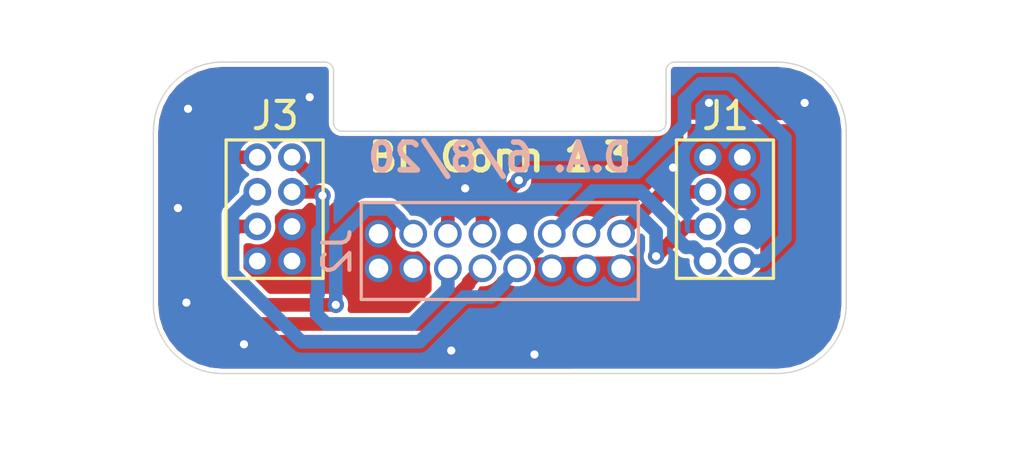
<source format=kicad_pcb>
(kicad_pcb (version 20171130) (host pcbnew "(5.1.4)-1")

  (general
    (thickness 1.6)
    (drawings 18)
    (tracks 112)
    (zones 0)
    (modules 3)
    (nets 13)
  )

  (page A4)
  (layers
    (0 F.Cu signal)
    (31 B.Cu signal)
    (32 B.Adhes user)
    (33 F.Adhes user)
    (34 B.Paste user)
    (35 F.Paste user)
    (36 B.SilkS user)
    (37 F.SilkS user)
    (38 B.Mask user)
    (39 F.Mask user)
    (40 Dwgs.User user)
    (41 Cmts.User user)
    (42 Eco1.User user)
    (43 Eco2.User user)
    (44 Edge.Cuts user)
    (45 Margin user)
    (46 B.CrtYd user)
    (47 F.CrtYd user)
    (48 B.Fab user)
    (49 F.Fab user)
  )

  (setup
    (last_trace_width 0.1524)
    (user_trace_width 0.2)
    (user_trace_width 0.5)
    (user_trace_width 0.8)
    (user_trace_width 1)
    (trace_clearance 0.1524)
    (zone_clearance 0.1524)
    (zone_45_only no)
    (trace_min 0.1524)
    (via_size 0.6)
    (via_drill 0.3)
    (via_min_size 0.6)
    (via_min_drill 0.3)
    (uvia_size 0.3)
    (uvia_drill 0.1)
    (uvias_allowed no)
    (uvia_min_size 0.2)
    (uvia_min_drill 0.1)
    (edge_width 0.05)
    (segment_width 0.2)
    (pcb_text_width 0.3)
    (pcb_text_size 1.5 1.5)
    (mod_edge_width 0.12)
    (mod_text_size 1 1)
    (mod_text_width 0.15)
    (pad_size 1.524 1.524)
    (pad_drill 0.762)
    (pad_to_mask_clearance 0.051)
    (solder_mask_min_width 0.25)
    (aux_axis_origin 0 0)
    (visible_elements 7FFFFFFF)
    (pcbplotparams
      (layerselection 0x010fc_ffffffff)
      (usegerberextensions false)
      (usegerberattributes false)
      (usegerberadvancedattributes false)
      (creategerberjobfile false)
      (excludeedgelayer true)
      (linewidth 0.100000)
      (plotframeref false)
      (viasonmask false)
      (mode 1)
      (useauxorigin false)
      (hpglpennumber 1)
      (hpglpenspeed 20)
      (hpglpendiameter 15.000000)
      (psnegative false)
      (psa4output false)
      (plotreference true)
      (plotvalue true)
      (plotinvisibletext false)
      (padsonsilk false)
      (subtractmaskfromsilk false)
      (outputformat 1)
      (mirror false)
      (drillshape 0)
      (scaleselection 1)
      (outputdirectory "SkateLightConnBoard1.3_POS/"))
  )

  (net 0 "")
  (net 1 +3V3)
  (net 2 LightSense1)
  (net 3 LightSense2)
  (net 4 temp1)
  (net 5 GND)
  (net 6 temp2)
  (net 7 LED_Sign_1)
  (net 8 LightSense3)
  (net 9 temp3)
  (net 10 LED_Sign_2)
  (net 11 LED+)
  (net 12 LED-)

  (net_class Default "This is the default net class."
    (clearance 0.1524)
    (trace_width 0.1524)
    (via_dia 0.6)
    (via_drill 0.3)
    (uvia_dia 0.3)
    (uvia_drill 0.1)
    (add_net +3V3)
    (add_net GND)
    (add_net LED+)
    (add_net LED-)
    (add_net LED_Sign_1)
    (add_net LED_Sign_2)
    (add_net LightSense1)
    (add_net LightSense2)
    (add_net LightSense3)
    (add_net temp1)
    (add_net temp2)
    (add_net temp3)
  )

  (module LolomoloKiCADLib:Conn_2x4_0.05in (layer F.Cu) (tedit 5DB23ACC) (tstamp 5E039FDD)
    (at -8.89 -1.905)
    (path /5DE7099D)
    (fp_text reference J3 (at 0.6604 -1.524) (layer F.SilkS)
      (effects (font (size 1 1) (thickness 0.15)))
    )
    (fp_text value Conn_02x04_Odd_Even (at -0.85598 -4.40182) (layer F.Fab)
      (effects (font (size 1 1) (thickness 0.15)))
    )
    (fp_line (start -1.143 4.445) (end -1.143 -0.635) (layer F.SilkS) (width 0.12))
    (fp_line (start 2.413 4.445) (end -1.143 4.445) (layer F.SilkS) (width 0.12))
    (fp_line (start 2.413 -0.635) (end 2.413 4.445) (layer F.SilkS) (width 0.12))
    (fp_line (start -1.143 -0.635) (end 2.413 -0.635) (layer F.SilkS) (width 0.12))
    (pad 8 thru_hole circle (at 1.27 3.81) (size 1.016 1.016) (drill 0.6096) (layers *.Cu *.Mask)
      (net 12 LED-))
    (pad 7 thru_hole circle (at 0 3.81) (size 1.016 1.016) (drill 0.6096) (layers *.Cu *.Mask)
      (net 12 LED-))
    (pad 6 thru_hole circle (at 1.27 2.54) (size 1.016 1.016) (drill 0.6096) (layers *.Cu *.Mask)
      (net 12 LED-))
    (pad 5 thru_hole circle (at 0 2.54) (size 1.016 1.016) (drill 0.6096) (layers *.Cu *.Mask)
      (net 1 +3V3))
    (pad 4 thru_hole circle (at 1.27 1.27) (size 1.016 1.016) (drill 0.6096) (layers *.Cu *.Mask)
      (net 10 LED_Sign_2))
    (pad 3 thru_hole circle (at 0 1.27) (size 1.016 1.016) (drill 0.6096) (layers *.Cu *.Mask)
      (net 2 LightSense1))
    (pad 2 thru_hole circle (at 1.27 0) (size 1.016 1.016) (drill 0.6096) (layers *.Cu *.Mask)
      (net 7 LED_Sign_1))
    (pad 1 thru_hole circle (at 0 0) (size 1.016 1.016) (drill 0.6096) (layers *.Cu *.Mask)
      (net 4 temp1))
  )

  (module LolomoloKiCADLib:Conn_2x8_0.05in (layer B.Cu) (tedit 5DB37465) (tstamp 5DCE2F55)
    (at -4.445 0.9017 270)
    (path /5DE6E5D9)
    (fp_text reference J2 (at 0.6604 1.524 270) (layer B.SilkS)
      (effects (font (size 1 1) (thickness 0.15)) (justify mirror))
    )
    (fp_text value Conn_02x08_Odd_Even (at 0 0.5 270) (layer B.Fab)
      (effects (font (size 1 1) (thickness 0.15)) (justify mirror))
    )
    (fp_line (start -1.143 -9.525) (end -1.143 0.635) (layer B.SilkS) (width 0.12))
    (fp_line (start 2.413 -9.525) (end -1.143 -9.525) (layer B.SilkS) (width 0.12))
    (fp_line (start 2.413 0.635) (end 2.413 -9.525) (layer B.SilkS) (width 0.12))
    (fp_line (start -1.143 0.635) (end 2.413 0.635) (layer B.SilkS) (width 0.12))
    (pad 16 thru_hole circle (at 1.27 -8.89 270) (size 1.016 1.016) (drill 0.7112) (layers *.Cu *.Mask)
      (net 11 LED+))
    (pad 15 thru_hole circle (at 0 -8.89 270) (size 1.016 1.016) (drill 0.7112) (layers *.Cu *.Mask)
      (net 6 temp2))
    (pad 14 thru_hole circle (at 1.27 -7.62 270) (size 1.016 1.016) (drill 0.7112) (layers *.Cu *.Mask)
      (net 11 LED+))
    (pad 13 thru_hole circle (at 0 -7.62 270) (size 1.016 1.016) (drill 0.7112) (layers *.Cu *.Mask)
      (net 9 temp3))
    (pad 12 thru_hole circle (at 1.27 -6.35 270) (size 1.016 1.016) (drill 0.7112) (layers *.Cu *.Mask)
      (net 11 LED+))
    (pad 11 thru_hole circle (at 0 -6.35 270) (size 1.016 1.016) (drill 0.7112) (layers *.Cu *.Mask)
      (net 8 LightSense3))
    (pad 10 thru_hole circle (at 1.27 -5.08 270) (size 1.016 1.016) (drill 0.7112) (layers *.Cu *.Mask)
      (net 2 LightSense1))
    (pad 9 thru_hole circle (at 0 -5.08 270) (size 1.016 1.016) (drill 0.7112) (layers *.Cu *.Mask)
      (net 5 GND))
    (pad 8 thru_hole circle (at 1.27 -3.81 270) (size 1.016 1.016) (drill 0.7112) (layers *.Cu *.Mask)
      (net 4 temp1))
    (pad 7 thru_hole circle (at 0 -3.81 270) (size 1.016 1.016) (drill 0.7112) (layers *.Cu *.Mask)
      (net 3 LightSense2))
    (pad 6 thru_hole circle (at 1.27 -2.54 270) (size 1.016 1.016) (drill 0.7112) (layers *.Cu *.Mask)
      (net 10 LED_Sign_2))
    (pad 5 thru_hole circle (at 0 -2.54 270) (size 1.016 1.016) (drill 0.7112) (layers *.Cu *.Mask)
      (net 7 LED_Sign_1))
    (pad 4 thru_hole circle (at 1.27 -1.27 270) (size 1.016 1.016) (drill 0.7112) (layers *.Cu *.Mask)
      (net 12 LED-))
    (pad 3 thru_hole circle (at 0 -1.27 270) (size 1.016 1.016) (drill 0.7112) (layers *.Cu *.Mask)
      (net 1 +3V3))
    (pad 2 thru_hole circle (at 1.27 0 270) (size 1.016 1.016) (drill 0.7112) (layers *.Cu *.Mask)
      (net 12 LED-))
    (pad 1 thru_hole circle (at 0 0 270) (size 1.016 1.016) (drill 0.7112) (layers *.Cu *.Mask)
      (net 12 LED-))
  )

  (module LolomoloKiCADLib:Conn_2x4_0.05in (layer F.Cu) (tedit 5DB23ACC) (tstamp 5E005CF5)
    (at 7.62 -1.905)
    (path /5DE6DC03)
    (fp_text reference J1 (at 0.6604 -1.524) (layer F.SilkS)
      (effects (font (size 1 1) (thickness 0.15)))
    )
    (fp_text value Conn_02x04_Odd_Even (at 3.0226 -4.18846) (layer F.Fab)
      (effects (font (size 1 1) (thickness 0.15)))
    )
    (fp_line (start -1.143 -0.635) (end 2.413 -0.635) (layer F.SilkS) (width 0.12))
    (fp_line (start 2.413 -0.635) (end 2.413 4.445) (layer F.SilkS) (width 0.12))
    (fp_line (start 2.413 4.445) (end -1.143 4.445) (layer F.SilkS) (width 0.12))
    (fp_line (start -1.143 4.445) (end -1.143 -0.635) (layer F.SilkS) (width 0.12))
    (pad 1 thru_hole circle (at 0 0) (size 1.016 1.016) (drill 0.6096) (layers *.Cu *.Mask)
      (net 11 LED+))
    (pad 2 thru_hole circle (at 1.27 0) (size 1.016 1.016) (drill 0.6096) (layers *.Cu *.Mask)
      (net 11 LED+))
    (pad 3 thru_hole circle (at 0 1.27) (size 1.016 1.016) (drill 0.6096) (layers *.Cu *.Mask)
      (net 6 temp2))
    (pad 4 thru_hole circle (at 1.27 1.27) (size 1.016 1.016) (drill 0.6096) (layers *.Cu *.Mask)
      (net 11 LED+))
    (pad 5 thru_hole circle (at 0 2.54) (size 1.016 1.016) (drill 0.6096) (layers *.Cu *.Mask)
      (net 9 temp3))
    (pad 6 thru_hole circle (at 1.27 2.54) (size 1.016 1.016) (drill 0.6096) (layers *.Cu *.Mask)
      (net 5 GND))
    (pad 7 thru_hole circle (at 0 3.81) (size 1.016 1.016) (drill 0.6096) (layers *.Cu *.Mask)
      (net 8 LightSense3))
    (pad 8 thru_hole circle (at 1.27 3.81) (size 1.016 1.016) (drill 0.6096) (layers *.Cu *.Mask)
      (net 3 LightSense2))
  )

  (gr_text "D.A. 6/8/20" (at 0 -1.905) (layer B.SilkS) (tstamp 5E0060E3)
    (effects (font (size 1.016 1.016) (thickness 0.2032)) (justify mirror))
  )
  (gr_text "BL Conn 1.3" (at 0 -1.905) (layer F.SilkS) (tstamp 5E0057F1)
    (effects (font (size 1.016 1.016) (thickness 0.2032)))
  )
  (gr_arc (start -10.16 -2.8575) (end -12.7 -2.8575) (angle 90) (layer Edge.Cuts) (width 0.05) (tstamp 5DB3900B))
  (gr_arc (start -6.4135 -5.08) (end -6.4135 -5.3975) (angle 90) (layer Edge.Cuts) (width 0.05) (tstamp 5DB3900A))
  (gr_line (start -10.16 -5.3975) (end -6.4135 -5.3975) (layer Edge.Cuts) (width 0.05) (tstamp 5DB39009))
  (gr_arc (start -5.7785 -3.175) (end -6.096 -3.175) (angle -90) (layer Edge.Cuts) (width 0.05) (tstamp 5DB39008))
  (gr_line (start -6.096 -5.08) (end -6.096 -3.175) (layer Edge.Cuts) (width 0.05) (tstamp 5DB39007))
  (gr_arc (start -10.16 3.4925) (end -10.16 6.0325) (angle 90) (layer Edge.Cuts) (width 0.05) (tstamp 5DB39006))
  (gr_line (start -12.7 3.4925) (end -12.7 -2.8575) (layer Edge.Cuts) (width 0.05) (tstamp 5DB39005))
  (gr_line (start 5.7785 -2.8575) (end -5.7785 -2.8575) (layer Edge.Cuts) (width 0.05) (tstamp 5DB38FE2))
  (gr_arc (start 5.7785 -3.175) (end 6.096 -3.175) (angle 90) (layer Edge.Cuts) (width 0.05))
  (gr_line (start 6.096 -5.08) (end 6.096 -3.175) (layer Edge.Cuts) (width 0.05))
  (gr_arc (start 6.4135 -5.08) (end 6.4135 -5.3975) (angle -90) (layer Edge.Cuts) (width 0.05))
  (gr_line (start 10.16 -5.3975) (end 6.4135 -5.3975) (layer Edge.Cuts) (width 0.05))
  (gr_arc (start 10.16 -2.8575) (end 12.7 -2.8575) (angle -90) (layer Edge.Cuts) (width 0.05))
  (gr_line (start 12.7 3.4925) (end 12.7 -2.8575) (layer Edge.Cuts) (width 0.05))
  (gr_arc (start 10.16 3.4925) (end 10.16 6.0325) (angle -90) (layer Edge.Cuts) (width 0.05))
  (gr_line (start 10.16 6.0325) (end -10.16 6.0325) (layer Edge.Cuts) (width 0.05) (tstamp 5DB39003))

  (segment (start -3.682999 0.393701) (end -3.682999 0.357001) (width 0.5) (layer B.Cu) (net 1))
  (segment (start -3.175 0.9017) (end -3.682999 0.393701) (width 0.5) (layer B.Cu) (net 1))
  (segment (start -3.682999 0.357001) (end -4.05 -0.01) (width 0.5) (layer B.Cu) (net 1))
  (segment (start -4.05 -0.01) (end -4.880694 -0.01) (width 0.5) (layer B.Cu) (net 1))
  (segment (start -9.800401 2.341993) (end -8.629373 3.513021) (width 0.5) (layer F.Cu) (net 1))
  (segment (start -9.800401 0.826981) (end -9.800401 2.341993) (width 0.5) (layer F.Cu) (net 1))
  (segment (start -9.60842 0.635) (end -9.800401 0.826981) (width 0.5) (layer F.Cu) (net 1))
  (segment (start -8.89 0.635) (end -9.60842 0.635) (width 0.5) (layer F.Cu) (net 1))
  (segment (start -8.629373 3.513021) (end -6.013021 3.513021) (width 0.5) (layer F.Cu) (net 1))
  (via (at -6.013021 3.513021) (size 0.6) (drill 0.3) (layers F.Cu B.Cu) (net 1))
  (segment (start -6.013021 1.122327) (end -6.013021 3.513021) (width 0.5) (layer B.Cu) (net 1))
  (segment (start -5.320347 0.429653) (end -6.013021 1.122327) (width 0.5) (layer B.Cu) (net 1))
  (segment (start -4.880694 -0.01) (end -5.320347 0.429653) (width 0.5) (layer B.Cu) (net 1))
  (segment (start -2.945185 4.867832) (end -1.303676 3.226323) (width 0.5) (layer B.Cu) (net 2))
  (segment (start -7.274562 4.867832) (end -2.945185 4.867832) (width 0.5) (layer B.Cu) (net 2))
  (segment (start -9.800401 2.341993) (end -7.274562 4.867832) (width 0.5) (layer B.Cu) (net 2))
  (segment (start -9.800401 0.198007) (end -9.800401 2.341993) (width 0.5) (layer B.Cu) (net 2))
  (segment (start -8.89 -0.635) (end -8.967394 -0.635) (width 0.5) (layer B.Cu) (net 2))
  (segment (start -8.967394 -0.635) (end -9.800401 0.198007) (width 0.5) (layer B.Cu) (net 2))
  (segment (start 0.127001 2.679699) (end 0.635 2.1717) (width 0.5) (layer B.Cu) (net 2))
  (segment (start 0.127001 2.757093) (end 0.127001 2.679699) (width 0.5) (layer B.Cu) (net 2))
  (segment (start -0.342229 3.226323) (end 0.127001 2.757093) (width 0.5) (layer B.Cu) (net 2))
  (segment (start -1.303676 3.226323) (end -0.342229 3.226323) (width 0.5) (layer B.Cu) (net 2))
  (via (at 0.7 -1.06) (size 0.6) (drill 0.3) (layers F.Cu B.Cu) (net 3))
  (segment (start -0.635 0.275) (end 0.7 -1.06) (width 0.5) (layer F.Cu) (net 3))
  (segment (start -0.635 0.9017) (end -0.635 0.275) (width 0.5) (layer F.Cu) (net 3))
  (segment (start 6.76759 -4.010238) (end 6.76759 -3.097543) (width 0.5) (layer B.Cu) (net 3))
  (segment (start 10.452811 1.060609) (end 10.452811 -2.612231) (width 0.5) (layer B.Cu) (net 3))
  (segment (start 8.89 1.905) (end 9.60842 1.905) (width 0.5) (layer B.Cu) (net 3))
  (segment (start 9.60842 1.905) (end 10.452811 1.060609) (width 0.5) (layer B.Cu) (net 3))
  (segment (start 6.76759 -3.097543) (end 5.030046 -1.359999) (width 0.5) (layer B.Cu) (net 3))
  (segment (start 5.030046 -1.359999) (end 0.999999 -1.359999) (width 0.5) (layer B.Cu) (net 3))
  (segment (start 7.359754 -4.602402) (end 6.76759 -4.010238) (width 0.5) (layer B.Cu) (net 3))
  (segment (start 0.999999 -1.359999) (end 0.7 -1.06) (width 0.5) (layer B.Cu) (net 3))
  (segment (start 8.46264 -4.602402) (end 7.359754 -4.602402) (width 0.5) (layer B.Cu) (net 3))
  (segment (start 10.452811 -2.612231) (end 8.46264 -4.602402) (width 0.5) (layer B.Cu) (net 3))
  (segment (start -9.60842 -1.905) (end -8.89 -1.905) (width 0.5) (layer F.Cu) (net 4))
  (segment (start -10.452811 2.61223) (end -10.452811 -1.060609) (width 0.5) (layer F.Cu) (net 4))
  (segment (start -8.849618 4.215422) (end -10.452811 2.61223) (width 0.5) (layer F.Cu) (net 4))
  (segment (start -2.613376 4.215422) (end -8.849618 4.215422) (width 0.5) (layer F.Cu) (net 4))
  (segment (start -10.452811 -1.060609) (end -9.60842 -1.905) (width 0.5) (layer F.Cu) (net 4))
  (segment (start -1.142999 2.745045) (end -2.613376 4.215422) (width 0.5) (layer F.Cu) (net 4))
  (segment (start -1.142999 2.679699) (end -1.142999 2.745045) (width 0.5) (layer F.Cu) (net 4))
  (segment (start -0.635 2.1717) (end -1.142999 2.679699) (width 0.5) (layer F.Cu) (net 4))
  (via (at -11.43 -3.683) (size 0.6) (drill 0.3) (layers F.Cu B.Cu) (net 5) (tstamp 5E005F7B))
  (via (at -1.78 5.19) (size 0.6) (drill 0.3) (layers F.Cu B.Cu) (net 5) (tstamp 5EDF3733))
  (via (at -9.38 4.96) (size 0.6) (drill 0.3) (layers F.Cu B.Cu) (net 5) (tstamp 5EDF3735))
  (via (at -11.49 3.43) (size 0.6) (drill 0.3) (layers F.Cu B.Cu) (net 5) (tstamp 5EDF3737))
  (via (at -11.8 -0.04) (size 0.6) (drill 0.3) (layers F.Cu B.Cu) (net 5) (tstamp 5EDF3739))
  (via (at -6.97 -4.11) (size 0.6) (drill 0.3) (layers F.Cu B.Cu) (net 5) (tstamp 5EDF373B))
  (segment (start 9.800401 -2.341993) (end 9.302394 -2.84) (width 0.5) (layer B.Cu) (net 5))
  (segment (start 9.800401 -0.198007) (end 9.800401 -2.341993) (width 0.5) (layer B.Cu) (net 5))
  (segment (start 9.326993 0.275401) (end 9.800401 -0.198007) (width 0.5) (layer B.Cu) (net 5))
  (segment (start 8.89 0.635) (end 8.89 0.275401) (width 0.5) (layer B.Cu) (net 5))
  (segment (start 8.89 0.275401) (end 9.326993 0.275401) (width 0.5) (layer B.Cu) (net 5))
  (segment (start 9.302394 -2.84) (end 8.73 -2.84) (width 0.5) (layer B.Cu) (net 5))
  (via (at 7.67 -3.9) (size 0.6) (drill 0.3) (layers F.Cu B.Cu) (net 5))
  (segment (start 8.73 -2.84) (end 7.67 -3.9) (width 0.5) (layer B.Cu) (net 5))
  (via (at -1.27 -0.762) (size 0.6) (drill 0.3) (layers F.Cu B.Cu) (net 5) (tstamp 5EDF37D3))
  (via (at 6.35 -1.524) (size 0.6) (drill 0.3) (layers F.Cu B.Cu) (net 5) (tstamp 5EDF37D5))
  (via (at 1.27 5.334) (size 0.6) (drill 0.3) (layers F.Cu B.Cu) (net 5) (tstamp 5EDF37D7))
  (via (at 11.176 -3.9) (size 0.6) (drill 0.3) (layers F.Cu B.Cu) (net 5) (tstamp 5EDF37DE))
  (segment (start 5.9817 -0.635) (end 7.62 -0.635) (width 0.5) (layer F.Cu) (net 6))
  (segment (start 4.445 0.9017) (end 5.9817 -0.635) (width 0.5) (layer F.Cu) (net 6))
  (segment (start -1.905 0.18328) (end -1.905 0.9017) (width 0.5) (layer F.Cu) (net 7))
  (segment (start -3.485281 -1.397001) (end -1.905 0.18328) (width 0.5) (layer F.Cu) (net 7))
  (segment (start -7.112001 -1.397001) (end -3.485281 -1.397001) (width 0.5) (layer F.Cu) (net 7))
  (segment (start -7.62 -1.905) (end -7.112001 -1.397001) (width 0.5) (layer F.Cu) (net 7))
  (segment (start 2.412999 0.393701) (end 1.905 0.9017) (width 0.5) (layer B.Cu) (net 8))
  (segment (start 2.412999 0.337001) (end 2.412999 0.393701) (width 0.5) (layer B.Cu) (net 8))
  (segment (start 3.41241 -0.66241) (end 2.412999 0.337001) (width 0.5) (layer B.Cu) (net 8))
  (segment (start 5.150931 -0.66241) (end 3.41241 -0.66241) (width 0.5) (layer B.Cu) (net 8))
  (segment (start 6.38241 0.56907) (end 5.150931 -0.66241) (width 0.5) (layer B.Cu) (net 8))
  (segment (start 6.38241 0.96241) (end 6.38241 0.56907) (width 0.5) (layer B.Cu) (net 8))
  (segment (start 6.817001 1.397001) (end 6.38241 0.96241) (width 0.5) (layer B.Cu) (net 8))
  (segment (start 7.112001 1.397001) (end 6.817001 1.397001) (width 0.5) (layer B.Cu) (net 8))
  (segment (start 7.62 1.905) (end 7.112001 1.397001) (width 0.5) (layer B.Cu) (net 8))
  (segment (start 3.175 0.9017) (end 3.682999 0.393701) (width 0.5) (layer B.Cu) (net 9))
  (segment (start 3.682999 0.393701) (end 3.682999 0.347001) (width 0.5) (layer B.Cu) (net 9))
  (segment (start 3.682999 0.347001) (end 4.04 -0.01) (width 0.5) (layer B.Cu) (net 9))
  (segment (start 4.880694 -0.01) (end 5.73 0.839306) (width 0.5) (layer B.Cu) (net 9))
  (segment (start 4.04 -0.01) (end 4.880694 -0.01) (width 0.5) (layer B.Cu) (net 9))
  (via (at 5.73 1.73) (size 0.6) (drill 0.3) (layers F.Cu B.Cu) (net 9))
  (segment (start 5.73 0.839306) (end 5.73 1.73) (width 0.5) (layer B.Cu) (net 9))
  (segment (start 6.825 0.635) (end 7.62 0.635) (width 0.5) (layer F.Cu) (net 9))
  (segment (start 5.73 1.73) (end 6.825 0.635) (width 0.5) (layer F.Cu) (net 9))
  (via (at -6.5 -0.5) (size 0.6) (drill 0.3) (layers F.Cu B.Cu) (net 10))
  (segment (start -7.62 -0.635) (end -6.635 -0.635) (width 0.5) (layer F.Cu) (net 10))
  (segment (start -6.635 -0.635) (end -6.5 -0.5) (width 0.5) (layer F.Cu) (net 10))
  (segment (start -3.215422 4.215422) (end -1.905 2.905) (width 0.5) (layer B.Cu) (net 10))
  (segment (start -6.350174 4.215422) (end -3.215422 4.215422) (width 0.5) (layer B.Cu) (net 10))
  (segment (start -1.905 2.89012) (end -1.905 2.1717) (width 0.5) (layer B.Cu) (net 10))
  (segment (start -6.715422 3.850174) (end -6.350174 4.215422) (width 0.5) (layer B.Cu) (net 10))
  (segment (start -6.715422 3.175868) (end -6.715422 3.850174) (width 0.5) (layer B.Cu) (net 10))
  (segment (start -1.905 2.905) (end -1.905 2.89012) (width 0.5) (layer B.Cu) (net 10))
  (segment (start -6.665431 3.125877) (end -6.715422 3.175868) (width 0.5) (layer B.Cu) (net 10))
  (segment (start -6.665431 0.85209) (end -6.665431 3.125877) (width 0.5) (layer B.Cu) (net 10))
  (segment (start -6.5 0.686659) (end -6.665431 0.85209) (width 0.5) (layer B.Cu) (net 10))
  (segment (start -6.5 -0.5) (end -6.5 0.686659) (width 0.5) (layer B.Cu) (net 10))
  (segment (start 7.62 -1.905) (end 8.89 -1.905) (width 0.5) (layer F.Cu) (net 11))
  (segment (start 8.89 -1.905) (end 8.89 -0.635) (width 0.5) (layer F.Cu) (net 11))
  (segment (start 4.952999 2.679699) (end 4.445 2.1717) (width 0.5) (layer F.Cu) (net 11))
  (segment (start 5.088701 2.815401) (end 4.952999 2.679699) (width 0.5) (layer F.Cu) (net 11))
  (segment (start 9.326993 2.815401) (end 5.088701 2.815401) (width 0.5) (layer F.Cu) (net 11))
  (segment (start 9.800401 2.341993) (end 9.326993 2.815401) (width 0.5) (layer F.Cu) (net 11))
  (segment (start 9.800401 0.198007) (end 9.800401 2.341993) (width 0.5) (layer F.Cu) (net 11))
  (segment (start 9.326993 -0.275401) (end 9.800401 0.198007) (width 0.5) (layer F.Cu) (net 11))
  (segment (start 9.164599 -0.275401) (end 9.326993 -0.275401) (width 0.5) (layer F.Cu) (net 11))
  (segment (start 8.89 -0.55) (end 9.164599 -0.275401) (width 0.5) (layer F.Cu) (net 11))
  (segment (start 8.89 -0.635) (end 8.89 -0.55) (width 0.5) (layer F.Cu) (net 11))
  (segment (start 4.445 2.1717) (end 3.175 2.1717) (width 0.5) (layer F.Cu) (net 11))
  (segment (start 3.175 2.1717) (end 1.905 2.1717) (width 0.5) (layer F.Cu) (net 11))

  (zone (net 5) (net_name GND) (layer F.Cu) (tstamp 5EE06E82) (hatch edge 0.508)
    (connect_pads yes (clearance 0.1524))
    (min_thickness 0.1524)
    (fill yes (arc_segments 32) (thermal_gap 0.508) (thermal_bridge_width 0.508))
    (polygon
      (pts
        (xy -12.7 6.096) (xy 12.7 6.096) (xy 12.7 -5.334) (xy -12.7 -5.334)
      )
    )
    (filled_polygon
      (pts
        (xy -6.401322 -5.141489) (xy -6.389613 -5.137954) (xy -6.378812 -5.132211) (xy -6.369329 -5.124477) (xy -6.361534 -5.115055)
        (xy -6.355713 -5.104289) (xy -6.352097 -5.092608) (xy -6.3496 -5.068853) (xy -6.349599 -3.162541) (xy -6.348534 -3.151732)
        (xy -6.348548 -3.149799) (xy -6.348203 -3.146275) (xy -6.341726 -3.08465) (xy -6.337098 -3.062106) (xy -6.332797 -3.039559)
        (xy -6.331774 -3.036169) (xy -6.313451 -2.976975) (xy -6.304544 -2.955785) (xy -6.295932 -2.93447) (xy -6.29427 -2.931344)
        (xy -6.264797 -2.876836) (xy -6.251937 -2.857771) (xy -6.239359 -2.83855) (xy -6.237121 -2.835806) (xy -6.197623 -2.788061)
        (xy -6.18131 -2.771861) (xy -6.165231 -2.755442) (xy -6.162503 -2.753184) (xy -6.114484 -2.714022) (xy -6.095352 -2.70131)
        (xy -6.076375 -2.688317) (xy -6.073263 -2.686634) (xy -6.073255 -2.68663) (xy -6.018549 -2.657542) (xy -5.997276 -2.648774)
        (xy -5.976171 -2.639728) (xy -5.972792 -2.638682) (xy -5.972786 -2.63868) (xy -5.913467 -2.620771) (xy -5.890921 -2.616307)
        (xy -5.868439 -2.611528) (xy -5.864917 -2.611157) (xy -5.803248 -2.60511) (xy -5.803245 -2.60511) (xy -5.790959 -2.6039)
        (xy 5.790959 -2.6039) (xy 5.801778 -2.604965) (xy 5.803701 -2.604952) (xy 5.807225 -2.605297) (xy 5.86885 -2.611774)
        (xy 5.891394 -2.616402) (xy 5.913941 -2.620703) (xy 5.917331 -2.621726) (xy 5.976525 -2.640049) (xy 5.997715 -2.648956)
        (xy 6.01903 -2.657568) (xy 6.022156 -2.65923) (xy 6.076664 -2.688703) (xy 6.095729 -2.701563) (xy 6.11495 -2.714141)
        (xy 6.117694 -2.716379) (xy 6.117697 -2.716381) (xy 6.1177 -2.716384) (xy 6.165439 -2.755877) (xy 6.181639 -2.77219)
        (xy 6.198058 -2.788269) (xy 6.200316 -2.790997) (xy 6.239478 -2.839016) (xy 6.25219 -2.858148) (xy 6.265183 -2.877125)
        (xy 6.266867 -2.88024) (xy 6.295958 -2.934951) (xy 6.304726 -2.956224) (xy 6.313772 -2.977329) (xy 6.314819 -2.980712)
        (xy 6.332729 -3.040033) (xy 6.337193 -3.062579) (xy 6.341972 -3.085061) (xy 6.342343 -3.088583) (xy 6.34839 -3.150252)
        (xy 6.34839 -3.150255) (xy 6.3496 -3.162541) (xy 6.3496 -5.067592) (xy 6.352011 -5.092178) (xy 6.355546 -5.103887)
        (xy 6.361289 -5.114688) (xy 6.369023 -5.124171) (xy 6.378445 -5.131966) (xy 6.389211 -5.137787) (xy 6.400892 -5.141403)
        (xy 6.424652 -5.1439) (xy 10.147594 -5.1439) (xy 10.603864 -5.099162) (xy 11.030813 -4.970259) (xy 11.424599 -4.76088)
        (xy 11.77022 -4.478999) (xy 12.054501 -4.135361) (xy 12.266626 -3.743045) (xy 12.391556 -3.339464) (xy 6.880794 -3.358599)
        (xy 6.834241 -3.353973) (xy 6.791425 -3.340743) (xy 6.752014 -3.319413) (xy 6.71752 -3.290805) (xy 6.689271 -3.256017)
        (xy 6.668351 -3.216386) (xy 6.655564 -3.173435) (xy 6.651403 -3.128816) (xy 6.661403 -1.198816) (xy 6.666815 -1.15054)
        (xy 6.678903 -1.1136) (xy 6.005196 -1.1136) (xy 5.9817 -1.115914) (xy 5.958204 -1.1136) (xy 5.958196 -1.1136)
        (xy 5.887878 -1.106674) (xy 5.797662 -1.079308) (xy 5.761538 -1.059999) (xy 5.714518 -1.034866) (xy 5.659898 -0.990041)
        (xy 5.659894 -0.990037) (xy 5.641642 -0.975058) (xy 5.626662 -0.956805) (xy 4.504758 0.1651) (xy 4.372451 0.1651)
        (xy 4.230142 0.193407) (xy 4.096089 0.248934) (xy 3.975445 0.329545) (xy 3.872845 0.432145) (xy 3.81 0.5262)
        (xy 3.747155 0.432145) (xy 3.644555 0.329545) (xy 3.523911 0.248934) (xy 3.389858 0.193407) (xy 3.247549 0.1651)
        (xy 3.102451 0.1651) (xy 2.960142 0.193407) (xy 2.826089 0.248934) (xy 2.705445 0.329545) (xy 2.602845 0.432145)
        (xy 2.54 0.5262) (xy 2.477155 0.432145) (xy 2.374555 0.329545) (xy 2.253911 0.248934) (xy 2.119858 0.193407)
        (xy 1.977549 0.1651) (xy 1.832451 0.1651) (xy 1.690142 0.193407) (xy 1.556089 0.248934) (xy 1.435445 0.329545)
        (xy 1.332845 0.432145) (xy 1.252234 0.552789) (xy 1.196707 0.686842) (xy 1.1684 0.829151) (xy 1.1684 0.974249)
        (xy 1.196707 1.116558) (xy 1.252234 1.250611) (xy 1.332845 1.371255) (xy 1.435445 1.473855) (xy 1.5295 1.5367)
        (xy 1.521988 1.541719) (xy 1.029169 1.549174) (xy 0.983911 1.518934) (xy 0.849858 1.463407) (xy 0.707549 1.4351)
        (xy 0.562451 1.4351) (xy 0.420142 1.463407) (xy 0.286089 1.518934) (xy 0.165445 1.599545) (xy 0.062845 1.702145)
        (xy 0 1.7962) (xy -0.062845 1.702145) (xy -0.165445 1.599545) (xy -0.2595 1.5367) (xy -0.165445 1.473855)
        (xy -0.062845 1.371255) (xy 0.017766 1.250611) (xy 0.073293 1.116558) (xy 0.1016 0.974249) (xy 0.1016 0.829151)
        (xy 0.073293 0.686842) (xy 0.017766 0.552789) (xy -0.062845 0.432145) (xy -0.089074 0.405916) (xy 0.878716 -0.561873)
        (xy 0.950386 -0.59156) (xy 1.036963 -0.649409) (xy 1.110591 -0.723037) (xy 1.16844 -0.809614) (xy 1.208287 -0.905813)
        (xy 1.2286 -1.007937) (xy 1.2286 -1.112063) (xy 1.208287 -1.214187) (xy 1.16844 -1.310386) (xy 1.110591 -1.396963)
        (xy 1.036963 -1.470591) (xy 0.950386 -1.52844) (xy 0.854187 -1.568287) (xy 0.752063 -1.5886) (xy 0.647937 -1.5886)
        (xy 0.545813 -1.568287) (xy 0.449614 -1.52844) (xy 0.363037 -1.470591) (xy 0.289409 -1.396963) (xy 0.23156 -1.310386)
        (xy 0.201873 -1.238716) (xy -0.956805 -0.080037) (xy -0.975057 -0.065058) (xy -0.990036 -0.046806) (xy -0.990041 -0.046801)
        (xy -1.034866 0.007819) (xy -1.079307 0.090962) (xy -1.106674 0.181179) (xy -1.115914 0.275) (xy -1.113599 0.298505)
        (xy -1.113599 0.338589) (xy -1.207155 0.432145) (xy -1.27 0.5262) (xy -1.332845 0.432145) (xy -1.4264 0.33859)
        (xy -1.4264 0.206776) (xy -1.424086 0.18328) (xy -1.4264 0.159784) (xy -1.4264 0.159776) (xy -1.433326 0.089458)
        (xy -1.460692 -0.000758) (xy -1.505134 -0.083902) (xy -1.519658 -0.1016) (xy -1.549959 -0.138522) (xy -1.549963 -0.138526)
        (xy -1.564942 -0.156778) (xy -1.583195 -0.171758) (xy -3.130241 -1.718803) (xy -3.145223 -1.737059) (xy -3.218099 -1.796867)
        (xy -3.301243 -1.841309) (xy -3.391459 -1.868675) (xy -3.461777 -1.875601) (xy -3.461785 -1.875601) (xy -3.485281 -1.877915)
        (xy -3.508777 -1.875601) (xy -6.8834 -1.875601) (xy -6.8834 -1.977549) (xy -6.911707 -2.119858) (xy -6.967234 -2.253911)
        (xy -7.047845 -2.374555) (xy -7.150445 -2.477155) (xy -7.271089 -2.557766) (xy -7.405142 -2.613293) (xy -7.547451 -2.6416)
        (xy -7.692549 -2.6416) (xy -7.834858 -2.613293) (xy -7.968911 -2.557766) (xy -8.089555 -2.477155) (xy -8.192155 -2.374555)
        (xy -8.255 -2.2805) (xy -8.317845 -2.374555) (xy -8.420445 -2.477155) (xy -8.541089 -2.557766) (xy -8.675142 -2.613293)
        (xy -8.817451 -2.6416) (xy -8.962549 -2.6416) (xy -9.104858 -2.613293) (xy -9.238911 -2.557766) (xy -9.359555 -2.477155)
        (xy -9.45311 -2.3836) (xy -9.584925 -2.3836) (xy -9.608421 -2.385914) (xy -9.631917 -2.3836) (xy -9.631924 -2.3836)
        (xy -9.702242 -2.376674) (xy -9.792458 -2.349308) (xy -9.875602 -2.304866) (xy -9.948478 -2.245058) (xy -9.963462 -2.2268)
        (xy -10.774616 -1.415646) (xy -10.792868 -1.400667) (xy -10.807847 -1.382415) (xy -10.807852 -1.38241) (xy -10.852677 -1.32779)
        (xy -10.897118 -1.244647) (xy -10.924485 -1.15443) (xy -10.933725 -1.060609) (xy -10.93141 -1.037103) (xy -10.931411 2.588734)
        (xy -10.933725 2.61223) (xy -10.931411 2.635726) (xy -10.931411 2.635733) (xy -10.924485 2.706051) (xy -10.897119 2.796267)
        (xy -10.852677 2.879412) (xy -10.792869 2.952288) (xy -10.774611 2.967272) (xy -9.204655 4.537228) (xy -9.189676 4.55548)
        (xy -9.171424 4.570459) (xy -9.17142 4.570463) (xy -9.1168 4.615288) (xy -9.033657 4.65973) (xy -8.98868 4.673373)
        (xy -8.94344 4.687096) (xy -8.873122 4.694022) (xy -8.873114 4.694022) (xy -8.849618 4.696336) (xy -8.826122 4.694022)
        (xy -2.636872 4.694022) (xy -2.613376 4.696336) (xy -2.58988 4.694022) (xy -2.589872 4.694022) (xy -2.519554 4.687096)
        (xy -2.429338 4.65973) (xy -2.346194 4.615288) (xy -2.273318 4.55548) (xy -2.258334 4.537222) (xy -0.821194 3.100083)
        (xy -0.802941 3.085103) (xy -0.787962 3.066851) (xy -0.787958 3.066847) (xy -0.761609 3.03474) (xy -0.743133 3.012227)
        (xy -0.698691 2.929082) (xy -0.692387 2.9083) (xy -0.562451 2.9083) (xy -0.420142 2.879993) (xy -0.286089 2.824466)
        (xy -0.165445 2.743855) (xy -0.062845 2.641255) (xy 0 2.5472) (xy 0.062845 2.641255) (xy 0.165445 2.743855)
        (xy 0.286089 2.824466) (xy 0.420142 2.879993) (xy 0.562451 2.9083) (xy 0.707549 2.9083) (xy 0.7874 2.892417)
        (xy 0.7874 3.81) (xy 0.791389 3.852518) (xy 0.803999 3.89552) (xy 0.824757 3.935236) (xy 0.852864 3.970139)
        (xy 2.628403 5.7789) (xy -10.147594 5.7789) (xy -10.603863 5.734162) (xy -11.030813 5.605259) (xy -11.424602 5.395877)
        (xy -11.770222 5.113997) (xy -12.054501 4.770361) (xy -12.266626 4.378046) (xy -12.398509 3.951998) (xy -12.446385 3.496493)
        (xy -12.4464 3.492185) (xy -12.4464 -2.845094) (xy -12.401662 -3.301364) (xy -12.272759 -3.728313) (xy -12.06338 -4.122099)
        (xy -11.781499 -4.46772) (xy -11.437861 -4.752001) (xy -11.045545 -4.964126) (xy -10.619503 -5.096009) (xy -10.163992 -5.143885)
        (xy -10.159685 -5.1439) (xy -6.425908 -5.1439)
      )
    )
    (filled_polygon
      (pts
        (xy 8.272961 0.111433) (xy 8.291287 0.134252) (xy 8.324622 0.164203) (xy 8.363159 0.187074) (xy 8.405418 0.201988)
        (xy 8.449774 0.208371) (xy 9.038074 0.234713) (xy 9.321801 0.489587) (xy 9.321802 1.307619) (xy 9.238911 1.252234)
        (xy 9.104858 1.196707) (xy 8.962549 1.1684) (xy 8.817451 1.1684) (xy 8.675142 1.196707) (xy 8.541089 1.252234)
        (xy 8.420445 1.332845) (xy 8.317845 1.435445) (xy 8.255 1.5295) (xy 8.192155 1.435445) (xy 8.089555 1.332845)
        (xy 7.9955 1.27) (xy 8.089555 1.207155) (xy 8.192155 1.104555) (xy 8.272766 0.983911) (xy 8.328293 0.849858)
        (xy 8.3566 0.707549) (xy 8.3566 0.562451) (xy 8.328293 0.420142) (xy 8.272766 0.286089) (xy 8.192155 0.165445)
        (xy 8.089555 0.062845) (xy 7.9955 0) (xy 8.089555 -0.062845) (xy 8.125345 -0.098635)
      )
    )
  )
  (zone (net 5) (net_name GND) (layer B.Cu) (tstamp 5EE06E7F) (hatch edge 0.508)
    (connect_pads yes (clearance 0.1524))
    (min_thickness 0.1524)
    (fill yes (arc_segments 32) (thermal_gap 0.508) (thermal_bridge_width 0.508))
    (polygon
      (pts
        (xy -12.7 6.096) (xy 12.7 6.096) (xy 12.7 -5.334) (xy -12.7 -5.334)
      )
    )
    (filled_polygon
      (pts
        (xy -6.401322 -5.141489) (xy -6.389613 -5.137954) (xy -6.378812 -5.132211) (xy -6.369329 -5.124477) (xy -6.361534 -5.115055)
        (xy -6.355713 -5.104289) (xy -6.352097 -5.092608) (xy -6.3496 -5.068853) (xy -6.349599 -3.162541) (xy -6.348534 -3.151732)
        (xy -6.348548 -3.149799) (xy -6.348203 -3.146275) (xy -6.341726 -3.08465) (xy -6.337098 -3.062106) (xy -6.332797 -3.039559)
        (xy -6.331774 -3.036169) (xy -6.313451 -2.976975) (xy -6.304544 -2.955785) (xy -6.295932 -2.93447) (xy -6.29427 -2.931344)
        (xy -6.264797 -2.876836) (xy -6.251937 -2.857771) (xy -6.239359 -2.83855) (xy -6.237121 -2.835806) (xy -6.197623 -2.788061)
        (xy -6.18131 -2.771861) (xy -6.165231 -2.755442) (xy -6.162503 -2.753184) (xy -6.114484 -2.714022) (xy -6.095352 -2.70131)
        (xy -6.076375 -2.688317) (xy -6.073263 -2.686634) (xy -6.073255 -2.68663) (xy -6.018549 -2.657542) (xy -5.997276 -2.648774)
        (xy -5.976171 -2.639728) (xy -5.972792 -2.638682) (xy -5.972786 -2.63868) (xy -5.913467 -2.620771) (xy -5.890921 -2.616307)
        (xy -5.868439 -2.611528) (xy -5.864917 -2.611157) (xy -5.803248 -2.60511) (xy -5.803245 -2.60511) (xy -5.790959 -2.6039)
        (xy 5.597105 -2.6039) (xy 4.831804 -1.838599) (xy 1.023495 -1.838599) (xy 0.999999 -1.840913) (xy 0.976503 -1.838599)
        (xy 0.976495 -1.838599) (xy 0.906177 -1.831673) (xy 0.815961 -1.804307) (xy 0.732817 -1.759865) (xy 0.659941 -1.700057)
        (xy 0.644958 -1.6818) (xy 0.521285 -1.558127) (xy 0.449614 -1.52844) (xy 0.363037 -1.470591) (xy 0.289409 -1.396963)
        (xy 0.23156 -1.310386) (xy 0.191713 -1.214187) (xy 0.1714 -1.112063) (xy 0.1714 -1.007937) (xy 0.191713 -0.905813)
        (xy 0.23156 -0.809614) (xy 0.289409 -0.723037) (xy 0.363037 -0.649409) (xy 0.449614 -0.59156) (xy 0.545813 -0.551713)
        (xy 0.647937 -0.5314) (xy 0.752063 -0.5314) (xy 0.854187 -0.551713) (xy 0.950386 -0.59156) (xy 1.036963 -0.649409)
        (xy 1.110591 -0.723037) (xy 1.16844 -0.809614) (xy 1.198127 -0.881285) (xy 1.198241 -0.881399) (xy 2.954556 -0.881399)
        (xy 2.091199 -0.018041) (xy 2.072941 -0.003057) (xy 2.013133 0.069819) (xy 1.968691 0.152964) (xy 1.96512 0.164738)
        (xy 1.964757 0.1651) (xy 1.832451 0.1651) (xy 1.690142 0.193407) (xy 1.556089 0.248934) (xy 1.435445 0.329545)
        (xy 1.332845 0.432145) (xy 1.252234 0.552789) (xy 1.196707 0.686842) (xy 1.1684 0.829151) (xy 1.1684 0.974249)
        (xy 1.196707 1.116558) (xy 1.252234 1.250611) (xy 1.332845 1.371255) (xy 1.435445 1.473855) (xy 1.5295 1.5367)
        (xy 1.435445 1.599545) (xy 1.332845 1.702145) (xy 1.27 1.7962) (xy 1.207155 1.702145) (xy 1.104555 1.599545)
        (xy 0.983911 1.518934) (xy 0.849858 1.463407) (xy 0.707549 1.4351) (xy 0.562451 1.4351) (xy 0.420142 1.463407)
        (xy 0.286089 1.518934) (xy 0.165445 1.599545) (xy 0.062845 1.702145) (xy 0 1.7962) (xy -0.062845 1.702145)
        (xy -0.165445 1.599545) (xy -0.2595 1.5367) (xy -0.165445 1.473855) (xy -0.062845 1.371255) (xy 0.017766 1.250611)
        (xy 0.073293 1.116558) (xy 0.1016 0.974249) (xy 0.1016 0.829151) (xy 0.073293 0.686842) (xy 0.017766 0.552789)
        (xy -0.062845 0.432145) (xy -0.165445 0.329545) (xy -0.286089 0.248934) (xy -0.420142 0.193407) (xy -0.562451 0.1651)
        (xy -0.707549 0.1651) (xy -0.849858 0.193407) (xy -0.983911 0.248934) (xy -1.104555 0.329545) (xy -1.207155 0.432145)
        (xy -1.27 0.5262) (xy -1.332845 0.432145) (xy -1.435445 0.329545) (xy -1.556089 0.248934) (xy -1.690142 0.193407)
        (xy -1.832451 0.1651) (xy -1.977549 0.1651) (xy -2.119858 0.193407) (xy -2.253911 0.248934) (xy -2.374555 0.329545)
        (xy -2.477155 0.432145) (xy -2.54 0.5262) (xy -2.602845 0.432145) (xy -2.705445 0.329545) (xy -2.826089 0.248934)
        (xy -2.960142 0.193407) (xy -3.102451 0.1651) (xy -3.234758 0.1651) (xy -3.252238 0.14762) (xy -3.283133 0.089819)
        (xy -3.295613 0.074612) (xy -3.327958 0.035199) (xy -3.327962 0.035195) (xy -3.342941 0.016943) (xy -3.361194 0.001963)
        (xy -3.694958 -0.3318) (xy -3.709942 -0.350058) (xy -3.782818 -0.409866) (xy -3.865962 -0.454308) (xy -3.956178 -0.481674)
        (xy -4.026496 -0.4886) (xy -4.026504 -0.4886) (xy -4.05 -0.490914) (xy -4.073496 -0.4886) (xy -4.857201 -0.4886)
        (xy -4.880695 -0.490914) (xy -4.904188 -0.4886) (xy -4.904198 -0.4886) (xy -4.974516 -0.481674) (xy -5.064732 -0.454308)
        (xy -5.147876 -0.409866) (xy -5.220752 -0.350058) (xy -5.235736 -0.3318) (xy -5.642143 0.074607) (xy -5.642149 0.074612)
        (xy -6.0214 0.453864) (xy -6.0214 -0.274142) (xy -5.991713 -0.345813) (xy -5.9714 -0.447937) (xy -5.9714 -0.552063)
        (xy -5.991713 -0.654187) (xy -6.03156 -0.750386) (xy -6.089409 -0.836963) (xy -6.163037 -0.910591) (xy -6.249614 -0.96844)
        (xy -6.345813 -1.008287) (xy -6.447937 -1.0286) (xy -6.552063 -1.0286) (xy -6.654187 -1.008287) (xy -6.750386 -0.96844)
        (xy -6.836963 -0.910591) (xy -6.909382 -0.838172) (xy -6.911707 -0.849858) (xy -6.967234 -0.983911) (xy -7.047845 -1.104555)
        (xy -7.150445 -1.207155) (xy -7.2445 -1.27) (xy -7.150445 -1.332845) (xy -7.047845 -1.435445) (xy -6.967234 -1.556089)
        (xy -6.911707 -1.690142) (xy -6.8834 -1.832451) (xy -6.8834 -1.977549) (xy -6.911707 -2.119858) (xy -6.967234 -2.253911)
        (xy -7.047845 -2.374555) (xy -7.150445 -2.477155) (xy -7.271089 -2.557766) (xy -7.405142 -2.613293) (xy -7.547451 -2.6416)
        (xy -7.692549 -2.6416) (xy -7.834858 -2.613293) (xy -7.968911 -2.557766) (xy -8.089555 -2.477155) (xy -8.192155 -2.374555)
        (xy -8.255 -2.2805) (xy -8.317845 -2.374555) (xy -8.420445 -2.477155) (xy -8.541089 -2.557766) (xy -8.675142 -2.613293)
        (xy -8.817451 -2.6416) (xy -8.962549 -2.6416) (xy -9.104858 -2.613293) (xy -9.238911 -2.557766) (xy -9.359555 -2.477155)
        (xy -9.462155 -2.374555) (xy -9.542766 -2.253911) (xy -9.598293 -2.119858) (xy -9.6266 -1.977549) (xy -9.6266 -1.832451)
        (xy -9.598293 -1.690142) (xy -9.542766 -1.556089) (xy -9.462155 -1.435445) (xy -9.359555 -1.332845) (xy -9.2655 -1.27)
        (xy -9.359555 -1.207155) (xy -9.462155 -1.104555) (xy -9.542766 -0.983911) (xy -9.598293 -0.849858) (xy -9.6266 -0.707549)
        (xy -9.6266 -0.652637) (xy -10.122201 -0.157035) (xy -10.140459 -0.142051) (xy -10.200267 -0.069175) (xy -10.244709 0.01397)
        (xy -10.272075 0.104186) (xy -10.279001 0.174504) (xy -10.279001 0.174511) (xy -10.281315 0.198007) (xy -10.279001 0.221503)
        (xy -10.279 2.318487) (xy -10.281315 2.341993) (xy -10.272075 2.435814) (xy -10.244708 2.526031) (xy -10.200267 2.609174)
        (xy -10.155442 2.663794) (xy -10.155437 2.663799) (xy -10.140458 2.682051) (xy -10.122206 2.69703) (xy -7.6296 5.189637)
        (xy -7.61462 5.20789) (xy -7.596368 5.222869) (xy -7.596364 5.222873) (xy -7.554141 5.257524) (xy -7.541744 5.267698)
        (xy -7.4586 5.31214) (xy -7.368384 5.339506) (xy -7.298066 5.346432) (xy -7.298058 5.346432) (xy -7.274562 5.348746)
        (xy -7.251066 5.346432) (xy -2.968681 5.346432) (xy -2.945185 5.348746) (xy -2.921689 5.346432) (xy -2.921681 5.346432)
        (xy -2.851363 5.339506) (xy -2.761147 5.31214) (xy -2.678003 5.267698) (xy -2.605127 5.20789) (xy -2.590143 5.189632)
        (xy -1.105434 3.704923) (xy -0.365725 3.704923) (xy -0.342229 3.707237) (xy -0.318733 3.704923) (xy -0.318725 3.704923)
        (xy -0.248407 3.697997) (xy -0.158191 3.670631) (xy -0.075047 3.626189) (xy -0.002171 3.566381) (xy 0.012813 3.548123)
        (xy 0.448801 3.112135) (xy 0.467059 3.097151) (xy 0.526867 3.024275) (xy 0.571309 2.941131) (xy 0.581268 2.9083)
        (xy 0.707549 2.9083) (xy 0.849858 2.879993) (xy 0.983911 2.824466) (xy 1.104555 2.743855) (xy 1.207155 2.641255)
        (xy 1.27 2.5472) (xy 1.332845 2.641255) (xy 1.435445 2.743855) (xy 1.556089 2.824466) (xy 1.690142 2.879993)
        (xy 1.832451 2.9083) (xy 1.977549 2.9083) (xy 2.119858 2.879993) (xy 2.253911 2.824466) (xy 2.374555 2.743855)
        (xy 2.477155 2.641255) (xy 2.54 2.5472) (xy 2.602845 2.641255) (xy 2.705445 2.743855) (xy 2.826089 2.824466)
        (xy 2.960142 2.879993) (xy 3.102451 2.9083) (xy 3.247549 2.9083) (xy 3.389858 2.879993) (xy 3.523911 2.824466)
        (xy 3.644555 2.743855) (xy 3.747155 2.641255) (xy 3.81 2.5472) (xy 3.872845 2.641255) (xy 3.975445 2.743855)
        (xy 4.096089 2.824466) (xy 4.230142 2.879993) (xy 4.372451 2.9083) (xy 4.517549 2.9083) (xy 4.659858 2.879993)
        (xy 4.793911 2.824466) (xy 4.914555 2.743855) (xy 5.017155 2.641255) (xy 5.097766 2.520611) (xy 5.153293 2.386558)
        (xy 5.1816 2.244249) (xy 5.1816 2.099151) (xy 5.153293 1.956842) (xy 5.097766 1.822789) (xy 5.017155 1.702145)
        (xy 4.914555 1.599545) (xy 4.8205 1.5367) (xy 4.914555 1.473855) (xy 5.017155 1.371255) (xy 5.097766 1.250611)
        (xy 5.153293 1.116558) (xy 5.1816 0.974249) (xy 5.1816 0.967749) (xy 5.2514 1.037549) (xy 5.251401 1.504141)
        (xy 5.221713 1.575813) (xy 5.2014 1.677937) (xy 5.2014 1.782063) (xy 5.221713 1.884187) (xy 5.26156 1.980386)
        (xy 5.319409 2.066963) (xy 5.393037 2.140591) (xy 5.479614 2.19844) (xy 5.575813 2.238287) (xy 5.677937 2.2586)
        (xy 5.782063 2.2586) (xy 5.884187 2.238287) (xy 5.980386 2.19844) (xy 6.066963 2.140591) (xy 6.140591 2.066963)
        (xy 6.19844 1.980386) (xy 6.238287 1.884187) (xy 6.2586 1.782063) (xy 6.2586 1.677937) (xy 6.238287 1.575813)
        (xy 6.2086 1.504142) (xy 6.2086 1.465442) (xy 6.461959 1.718801) (xy 6.476943 1.737059) (xy 6.549819 1.796867)
        (xy 6.632963 1.841309) (xy 6.723179 1.868675) (xy 6.793497 1.875601) (xy 6.793506 1.875601) (xy 6.817 1.877915)
        (xy 6.840494 1.875601) (xy 6.8834 1.875601) (xy 6.8834 1.977549) (xy 6.911707 2.119858) (xy 6.967234 2.253911)
        (xy 7.047845 2.374555) (xy 7.150445 2.477155) (xy 7.271089 2.557766) (xy 7.405142 2.613293) (xy 7.547451 2.6416)
        (xy 7.692549 2.6416) (xy 7.834858 2.613293) (xy 7.968911 2.557766) (xy 8.089555 2.477155) (xy 8.192155 2.374555)
        (xy 8.255 2.2805) (xy 8.317845 2.374555) (xy 8.420445 2.477155) (xy 8.541089 2.557766) (xy 8.675142 2.613293)
        (xy 8.817451 2.6416) (xy 8.962549 2.6416) (xy 9.104858 2.613293) (xy 9.238911 2.557766) (xy 9.359555 2.477155)
        (xy 9.45311 2.3836) (xy 9.584924 2.3836) (xy 9.60842 2.385914) (xy 9.631916 2.3836) (xy 9.631924 2.3836)
        (xy 9.702242 2.376674) (xy 9.792458 2.349308) (xy 9.875602 2.304866) (xy 9.948478 2.245058) (xy 9.963462 2.2268)
        (xy 10.774611 1.415651) (xy 10.792869 1.400667) (xy 10.852677 1.327791) (xy 10.897119 1.244647) (xy 10.924485 1.154431)
        (xy 10.931411 1.084113) (xy 10.931411 1.084106) (xy 10.933725 1.06061) (xy 10.931411 1.037114) (xy 10.931411 -2.588735)
        (xy 10.933725 -2.612231) (xy 10.931411 -2.635727) (xy 10.931411 -2.635735) (xy 10.924485 -2.706053) (xy 10.897119 -2.796269)
        (xy 10.852677 -2.879413) (xy 10.845027 -2.888735) (xy 10.807852 -2.934033) (xy 10.807848 -2.934037) (xy 10.792869 -2.952289)
        (xy 10.774616 -2.967269) (xy 8.817682 -4.924202) (xy 8.802698 -4.94246) (xy 8.729822 -5.002268) (xy 8.646678 -5.04671)
        (xy 8.556462 -5.074076) (xy 8.486144 -5.081002) (xy 8.486136 -5.081002) (xy 8.46264 -5.083316) (xy 8.439144 -5.081002)
        (xy 7.383247 -5.081002) (xy 7.359753 -5.083316) (xy 7.336259 -5.081002) (xy 7.33625 -5.081002) (xy 7.265932 -5.074076)
        (xy 7.175716 -5.04671) (xy 7.092572 -5.002268) (xy 7.019696 -4.94246) (xy 7.004712 -4.924202) (xy 6.44579 -4.36528)
        (xy 6.427532 -4.350296) (xy 6.367724 -4.27742) (xy 6.3496 -4.243512) (xy 6.3496 -5.067592) (xy 6.352011 -5.092178)
        (xy 6.355546 -5.103887) (xy 6.361289 -5.114688) (xy 6.369023 -5.124171) (xy 6.378445 -5.131966) (xy 6.389211 -5.137787)
        (xy 6.400892 -5.141403) (xy 6.424652 -5.1439) (xy 10.147594 -5.1439) (xy 10.603864 -5.099162) (xy 11.030813 -4.970259)
        (xy 11.424599 -4.76088) (xy 11.77022 -4.478999) (xy 12.054501 -4.135361) (xy 12.266626 -3.743045) (xy 12.398509 -3.317003)
        (xy 12.446385 -2.861492) (xy 12.446401 -2.8569) (xy 12.4464 3.480093) (xy 12.401662 3.936363) (xy 12.272759 4.363313)
        (xy 12.063377 4.757102) (xy 11.781497 5.102722) (xy 11.437861 5.387001) (xy 11.045546 5.599126) (xy 10.619498 5.731009)
        (xy 10.163993 5.778885) (xy 10.159685 5.7789) (xy -10.147594 5.7789) (xy -10.603863 5.734162) (xy -11.030813 5.605259)
        (xy -11.424602 5.395877) (xy -11.770222 5.113997) (xy -12.054501 4.770361) (xy -12.266626 4.378046) (xy -12.398509 3.951998)
        (xy -12.446385 3.496493) (xy -12.4464 3.492185) (xy -12.4464 -2.845094) (xy -12.401662 -3.301364) (xy -12.272759 -3.728313)
        (xy -12.06338 -4.122099) (xy -11.781499 -4.46772) (xy -11.437861 -4.752001) (xy -11.045545 -4.964126) (xy -10.619503 -5.096009)
        (xy -10.163992 -5.143885) (xy -10.159685 -5.1439) (xy -6.425908 -5.1439)
      )
    )
    (filled_polygon
      (pts
        (xy 9.974212 -2.413987) (xy 9.974211 0.862367) (xy 9.431644 1.404934) (xy 9.359555 1.332845) (xy 9.238911 1.252234)
        (xy 9.104858 1.196707) (xy 8.962549 1.1684) (xy 8.817451 1.1684) (xy 8.675142 1.196707) (xy 8.541089 1.252234)
        (xy 8.420445 1.332845) (xy 8.317845 1.435445) (xy 8.255 1.5295) (xy 8.192155 1.435445) (xy 8.089555 1.332845)
        (xy 7.9955 1.27) (xy 8.089555 1.207155) (xy 8.192155 1.104555) (xy 8.272766 0.983911) (xy 8.328293 0.849858)
        (xy 8.3566 0.707549) (xy 8.3566 0.562451) (xy 8.328293 0.420142) (xy 8.272766 0.286089) (xy 8.192155 0.165445)
        (xy 8.089555 0.062845) (xy 7.9955 0) (xy 8.089555 -0.062845) (xy 8.192155 -0.165445) (xy 8.255 -0.2595)
        (xy 8.317845 -0.165445) (xy 8.420445 -0.062845) (xy 8.541089 0.017766) (xy 8.675142 0.073293) (xy 8.817451 0.1016)
        (xy 8.962549 0.1016) (xy 9.104858 0.073293) (xy 9.238911 0.017766) (xy 9.359555 -0.062845) (xy 9.462155 -0.165445)
        (xy 9.542766 -0.286089) (xy 9.598293 -0.420142) (xy 9.6266 -0.562451) (xy 9.6266 -0.707549) (xy 9.598293 -0.849858)
        (xy 9.542766 -0.983911) (xy 9.462155 -1.104555) (xy 9.359555 -1.207155) (xy 9.2655 -1.27) (xy 9.359555 -1.332845)
        (xy 9.462155 -1.435445) (xy 9.542766 -1.556089) (xy 9.598293 -1.690142) (xy 9.6266 -1.832451) (xy 9.6266 -1.977549)
        (xy 9.598293 -2.119858) (xy 9.542766 -2.253911) (xy 9.462155 -2.374555) (xy 9.359555 -2.477155) (xy 9.238911 -2.557766)
        (xy 9.104858 -2.613293) (xy 8.962549 -2.6416) (xy 8.817451 -2.6416) (xy 8.675142 -2.613293) (xy 8.541089 -2.557766)
        (xy 8.420445 -2.477155) (xy 8.317845 -2.374555) (xy 8.255 -2.2805) (xy 8.192155 -2.374555) (xy 8.089555 -2.477155)
        (xy 7.968911 -2.557766) (xy 7.834858 -2.613293) (xy 7.692549 -2.6416) (xy 7.547451 -2.6416) (xy 7.405142 -2.613293)
        (xy 7.271089 -2.557766) (xy 7.150445 -2.477155) (xy 7.047845 -2.374555) (xy 6.967234 -2.253911) (xy 6.911707 -2.119858)
        (xy 6.8834 -1.977549) (xy 6.8834 -1.832451) (xy 6.911707 -1.690142) (xy 6.967234 -1.556089) (xy 7.047845 -1.435445)
        (xy 7.150445 -1.332845) (xy 7.2445 -1.27) (xy 7.150445 -1.207155) (xy 7.047845 -1.104555) (xy 6.967234 -0.983911)
        (xy 6.911707 -0.849858) (xy 6.8834 -0.707549) (xy 6.8834 -0.562451) (xy 6.911707 -0.420142) (xy 6.967234 -0.286089)
        (xy 7.047845 -0.165445) (xy 7.150445 -0.062845) (xy 7.2445 0) (xy 7.150445 0.062845) (xy 7.047845 0.165445)
        (xy 6.967234 0.286089) (xy 6.911707 0.420142) (xy 6.8834 0.562451) (xy 6.8834 0.707549) (xy 6.903018 0.806176)
        (xy 6.86101 0.764168) (xy 6.86101 0.592566) (xy 6.863324 0.56907) (xy 6.86101 0.545574) (xy 6.86101 0.545567)
        (xy 6.854084 0.475248) (xy 6.826718 0.385032) (xy 6.782276 0.301888) (xy 6.76931 0.286089) (xy 6.737451 0.247268)
        (xy 6.737447 0.247264) (xy 6.722468 0.229012) (xy 6.704216 0.214033) (xy 5.505973 -0.98421) (xy 5.490989 -1.002468)
        (xy 5.418113 -1.062276) (xy 5.412282 -1.065393) (xy 7.08939 -2.742501) (xy 7.107648 -2.757485) (xy 7.167456 -2.830361)
        (xy 7.211898 -2.913505) (xy 7.239264 -3.003721) (xy 7.24619 -3.074039) (xy 7.24619 -3.074049) (xy 7.248504 -3.097542)
        (xy 7.24619 -3.121036) (xy 7.24619 -3.811996) (xy 7.557996 -4.123802) (xy 8.264398 -4.123802)
      )
    )
  )
  (zone (net 12) (net_name LED-) (layer F.Cu) (tstamp 5EE06E7C) (hatch edge 0.508)
    (connect_pads yes (clearance 0.1524))
    (min_thickness 0.254)
    (fill yes (arc_segments 32) (thermal_gap 0.508) (thermal_bridge_width 0.508))
    (polygon
      (pts
        (xy -9.5 1.25) (xy -8.75 1.25) (xy -8.25 0.75) (xy -8.25 0.25) (xy -8 0)
        (xy -7.25 0) (xy -7 -0.25) (xy -4.25 -0.25) (xy -3.75 0.25) (xy -3.75 1.25)
        (xy -3.5 1.5) (xy -3 1.5) (xy -2.5 2) (xy -2.5 3) (xy -3.5 4)
        (xy -8 4) (xy -9.5 2.5)
      )
    )
    (filled_polygon
      (pts
        (xy -3.877 0.302606) (xy -3.877 0.538902) (xy -3.932141 0.672024) (xy -3.9624 0.824148) (xy -3.9624 0.979252)
        (xy -3.932141 1.131376) (xy -3.875127 1.26902) (xy -3.87456 1.274776) (xy -3.867333 1.298601) (xy -3.855597 1.320557)
        (xy -3.839803 1.339803) (xy -3.808052 1.371554) (xy -3.786614 1.403638) (xy -3.676938 1.513314) (xy -3.644854 1.534752)
        (xy -3.589803 1.589803) (xy -3.570557 1.605597) (xy -3.548601 1.617333) (xy -3.524776 1.62456) (xy -3.5 1.627)
        (xy -3.481547 1.627) (xy -3.404676 1.658841) (xy -3.252552 1.6891) (xy -3.097448 1.6891) (xy -3.008249 1.671357)
        (xy -2.674657 2.004949) (xy -2.6924 2.094148) (xy -2.6924 2.249252) (xy -2.662141 2.401376) (xy -2.627 2.486214)
        (xy -2.627 2.947394) (xy -3.365628 3.686022) (xy -5.457542 3.686022) (xy -5.455887 3.682026) (xy -5.433621 3.570087)
        (xy -5.433621 3.455955) (xy -5.455887 3.344016) (xy -5.499564 3.238572) (xy -5.562972 3.143675) (xy -5.643675 3.062972)
        (xy -5.738572 2.999564) (xy -5.844016 2.955887) (xy -5.955955 2.933621) (xy -6.070087 2.933621) (xy -6.182026 2.955887)
        (xy -6.248981 2.983621) (xy -8.410088 2.983621) (xy -9.271001 2.122709) (xy -9.271001 1.377) (xy -9.15623 1.377)
        (xy -9.119676 1.392141) (xy -8.967552 1.4224) (xy -8.812448 1.4224) (xy -8.660324 1.392141) (xy -8.517026 1.332785)
        (xy -8.388062 1.246614) (xy -8.278386 1.136938) (xy -8.192215 1.007974) (xy -8.132859 0.864676) (xy -8.1026 0.712552)
        (xy -8.1026 0.557448) (xy -8.123 0.454889) (xy -8.123 0.302606) (xy -7.947394 0.127) (xy -7.825248 0.127)
        (xy -7.697552 0.1524) (xy -7.542448 0.1524) (xy -7.414752 0.127) (xy -7.25 0.127) (xy -7.225224 0.12456)
        (xy -7.201399 0.117333) (xy -7.179443 0.105597) (xy -7.160197 0.089803) (xy -6.964794 -0.1056) (xy -6.924995 -0.1056)
        (xy -6.869346 -0.049951) (xy -6.774449 0.013457) (xy -6.669005 0.057134) (xy -6.557066 0.0794) (xy -6.442934 0.0794)
        (xy -6.330995 0.057134) (xy -6.225551 0.013457) (xy -6.130654 -0.049951) (xy -6.057605 -0.123) (xy -4.302606 -0.123)
      )
    )
  )
  (zone (net 11) (net_name LED+) (layer F.Cu) (tstamp 5EE06E79) (hatch edge 0.508)
    (priority 2)
    (connect_pads yes (clearance 0.1524))
    (min_thickness 0.1524)
    (fill yes (arc_segments 32) (thermal_gap 0.508) (thermal_bridge_width 0.508))
    (polygon
      (pts
        (xy 11.1 5.79) (xy 12.67 4.06) (xy 12.64 -3.11) (xy 6.88 -3.13) (xy 6.89 -1.2)
        (xy 7.81 -1.22) (xy 8.2 -0.87) (xy 8.2 -0.39) (xy 8.46 -0.02) (xy 9.13 0.01)
        (xy 9.72 0.54) (xy 9.7 2.06) (xy 9.18 2.56) (xy 6.431235 2.53) (xy 5.108765 1.716086)
        (xy 1.016 1.778) (xy 1.016 3.81) (xy 2.94 5.77)
      )
    )
    (filled_polygon
      (pts
        (xy 12.428198 -3.034535) (xy 12.446385 -2.861492) (xy 12.446401 -2.8569) (xy 12.4464 3.480093) (xy 12.401662 3.936363)
        (xy 12.272759 4.363313) (xy 12.245765 4.414081) (xy 11.290534 5.466661) (xy 11.045546 5.599126) (xy 10.678431 5.712766)
        (xy 2.972055 5.693878) (xy 1.0922 3.778849) (xy 1.0922 2.75211) (xy 1.104555 2.743855) (xy 1.207155 2.641255)
        (xy 1.287766 2.520611) (xy 1.343293 2.386558) (xy 1.3716 2.244249) (xy 1.3716 2.099151) (xy 1.343293 1.956842)
        (xy 1.299007 1.849927) (xy 5.087727 1.792613) (xy 5.219648 1.873804) (xy 5.221713 1.884187) (xy 5.26156 1.980386)
        (xy 5.319409 2.066963) (xy 5.393037 2.140591) (xy 5.479614 2.19844) (xy 5.575813 2.238287) (xy 5.677937 2.2586)
        (xy 5.782063 2.2586) (xy 5.829534 2.249158) (xy 6.391296 2.594894) (xy 6.404723 2.601439) (xy 6.41917 2.605239)
        (xy 6.430403 2.606195) (xy 7.423974 2.617039) (xy 7.547451 2.6416) (xy 7.692549 2.6416) (xy 7.795634 2.621095)
        (xy 8.767702 2.631704) (xy 8.817451 2.6416) (xy 8.962549 2.6416) (xy 8.999576 2.634235) (xy 9.179168 2.636195)
        (xy 9.194049 2.634894) (xy 9.20839 2.630714) (xy 9.22164 2.623816) (xy 9.232815 2.614927) (xy 9.752815 2.114927)
        (xy 9.762516 2.103568) (xy 9.769814 2.090535) (xy 9.77443 2.076328) (xy 9.776193 2.061003) (xy 9.796193 0.541003)
        (xy 9.794925 0.526119) (xy 9.790777 0.511768) (xy 9.783909 0.498503) (xy 9.770922 0.483313) (xy 9.529847 0.266754)
        (xy 9.462155 0.165445) (xy 9.359555 0.062845) (xy 9.238911 -0.017766) (xy 9.191046 -0.037592) (xy 9.180922 -0.046687)
        (xy 9.168885 -0.055532) (xy 9.155353 -0.061859) (xy 9.133409 -0.066124) (xy 9.120803 -0.066688) (xy 9.104858 -0.073293)
        (xy 8.962549 -0.1016) (xy 8.817451 -0.1016) (xy 8.729927 -0.08419) (xy 8.500817 -0.094449) (xy 8.307398 -0.369698)
        (xy 8.328293 -0.420142) (xy 8.3566 -0.562451) (xy 8.3566 -0.707549) (xy 8.328293 -0.849858) (xy 8.272766 -0.983911)
        (xy 8.192155 -1.104555) (xy 8.089555 -1.207155) (xy 7.968911 -1.287766) (xy 7.834858 -1.343293) (xy 7.692549 -1.3716)
        (xy 7.547451 -1.3716) (xy 7.405142 -1.343293) (xy 7.271089 -1.287766) (xy 7.266041 -1.284393) (xy 6.965798 -1.277866)
        (xy 6.956597 -3.053533)
      )
    )
  )
)

</source>
